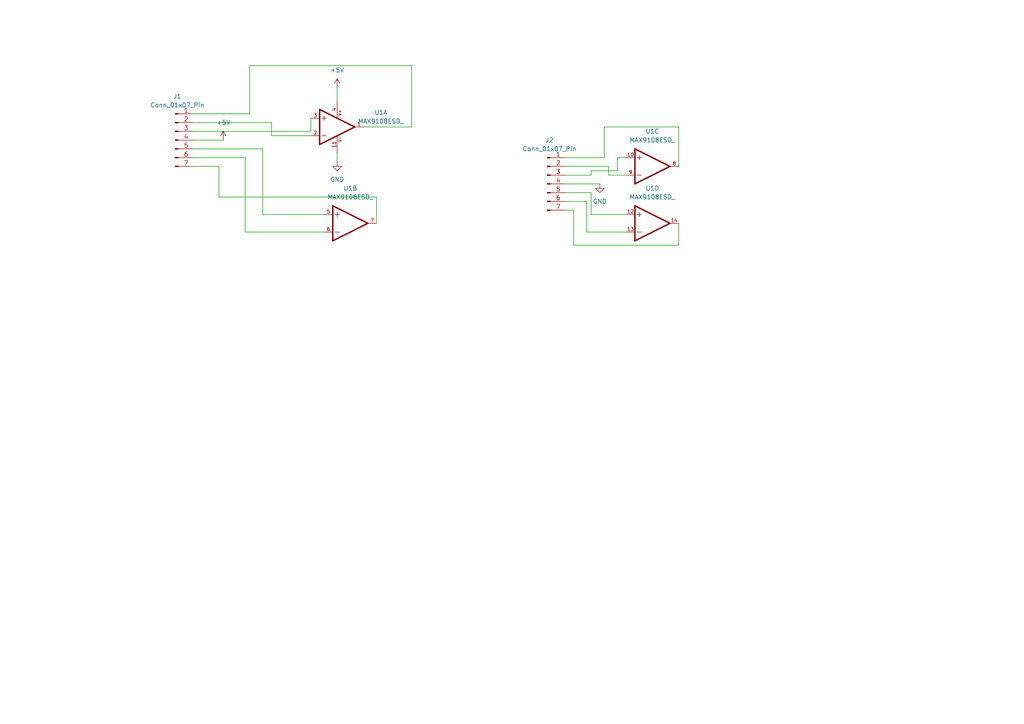
<source format=kicad_sch>
(kicad_sch (version 20230121) (generator eeschema)

  (uuid 09e7bb3e-ae08-4ddf-9eae-4430b651c9ea)

  (paper "A4")

  (lib_symbols
    (symbol "Connector:Conn_01x07_Pin" (pin_names (offset 1.016) hide) (in_bom yes) (on_board yes)
      (property "Reference" "J" (at 0 10.16 0)
        (effects (font (size 1.27 1.27)))
      )
      (property "Value" "Conn_01x07_Pin" (at 0 -10.16 0)
        (effects (font (size 1.27 1.27)))
      )
      (property "Footprint" "" (at 0 0 0)
        (effects (font (size 1.27 1.27)) hide)
      )
      (property "Datasheet" "~" (at 0 0 0)
        (effects (font (size 1.27 1.27)) hide)
      )
      (property "ki_locked" "" (at 0 0 0)
        (effects (font (size 1.27 1.27)))
      )
      (property "ki_keywords" "connector" (at 0 0 0)
        (effects (font (size 1.27 1.27)) hide)
      )
      (property "ki_description" "Generic connector, single row, 01x07, script generated" (at 0 0 0)
        (effects (font (size 1.27 1.27)) hide)
      )
      (property "ki_fp_filters" "Connector*:*_1x??_*" (at 0 0 0)
        (effects (font (size 1.27 1.27)) hide)
      )
      (symbol "Conn_01x07_Pin_1_1"
        (polyline
          (pts
            (xy 1.27 -7.62)
            (xy 0.8636 -7.62)
          )
          (stroke (width 0.1524) (type default))
          (fill (type none))
        )
        (polyline
          (pts
            (xy 1.27 -5.08)
            (xy 0.8636 -5.08)
          )
          (stroke (width 0.1524) (type default))
          (fill (type none))
        )
        (polyline
          (pts
            (xy 1.27 -2.54)
            (xy 0.8636 -2.54)
          )
          (stroke (width 0.1524) (type default))
          (fill (type none))
        )
        (polyline
          (pts
            (xy 1.27 0)
            (xy 0.8636 0)
          )
          (stroke (width 0.1524) (type default))
          (fill (type none))
        )
        (polyline
          (pts
            (xy 1.27 2.54)
            (xy 0.8636 2.54)
          )
          (stroke (width 0.1524) (type default))
          (fill (type none))
        )
        (polyline
          (pts
            (xy 1.27 5.08)
            (xy 0.8636 5.08)
          )
          (stroke (width 0.1524) (type default))
          (fill (type none))
        )
        (polyline
          (pts
            (xy 1.27 7.62)
            (xy 0.8636 7.62)
          )
          (stroke (width 0.1524) (type default))
          (fill (type none))
        )
        (rectangle (start 0.8636 -7.493) (end 0 -7.747)
          (stroke (width 0.1524) (type default))
          (fill (type outline))
        )
        (rectangle (start 0.8636 -4.953) (end 0 -5.207)
          (stroke (width 0.1524) (type default))
          (fill (type outline))
        )
        (rectangle (start 0.8636 -2.413) (end 0 -2.667)
          (stroke (width 0.1524) (type default))
          (fill (type outline))
        )
        (rectangle (start 0.8636 0.127) (end 0 -0.127)
          (stroke (width 0.1524) (type default))
          (fill (type outline))
        )
        (rectangle (start 0.8636 2.667) (end 0 2.413)
          (stroke (width 0.1524) (type default))
          (fill (type outline))
        )
        (rectangle (start 0.8636 5.207) (end 0 4.953)
          (stroke (width 0.1524) (type default))
          (fill (type outline))
        )
        (rectangle (start 0.8636 7.747) (end 0 7.493)
          (stroke (width 0.1524) (type default))
          (fill (type outline))
        )
        (pin passive line (at 5.08 7.62 180) (length 3.81)
          (name "Pin_1" (effects (font (size 1.27 1.27))))
          (number "1" (effects (font (size 1.27 1.27))))
        )
        (pin passive line (at 5.08 5.08 180) (length 3.81)
          (name "Pin_2" (effects (font (size 1.27 1.27))))
          (number "2" (effects (font (size 1.27 1.27))))
        )
        (pin passive line (at 5.08 2.54 180) (length 3.81)
          (name "Pin_3" (effects (font (size 1.27 1.27))))
          (number "3" (effects (font (size 1.27 1.27))))
        )
        (pin passive line (at 5.08 0 180) (length 3.81)
          (name "Pin_4" (effects (font (size 1.27 1.27))))
          (number "4" (effects (font (size 1.27 1.27))))
        )
        (pin passive line (at 5.08 -2.54 180) (length 3.81)
          (name "Pin_5" (effects (font (size 1.27 1.27))))
          (number "5" (effects (font (size 1.27 1.27))))
        )
        (pin passive line (at 5.08 -5.08 180) (length 3.81)
          (name "Pin_6" (effects (font (size 1.27 1.27))))
          (number "6" (effects (font (size 1.27 1.27))))
        )
        (pin passive line (at 5.08 -7.62 180) (length 3.81)
          (name "Pin_7" (effects (font (size 1.27 1.27))))
          (number "7" (effects (font (size 1.27 1.27))))
        )
      )
    )
    (symbol "MAX9108ESD_:MAX9108ESD_" (pin_names (offset 1.016)) (in_bom yes) (on_board yes)
      (property "Reference" "U" (at 2.54 3.175 0)
        (effects (font (size 1.27 1.27)) (justify left bottom))
      )
      (property "Value" "MAX9108ESD_" (at 2.54 -5.08 0)
        (effects (font (size 1.27 1.27)) (justify left bottom))
      )
      (property "Footprint" "MAX9108ESD_:SOIC127P600X175-14N" (at 0 0 0)
        (effects (font (size 1.27 1.27)) (justify bottom) hide)
      )
      (property "Datasheet" "" (at 0 0 0)
        (effects (font (size 1.27 1.27)) hide)
      )
      (property "MF" "Analog Devices" (at 0 0 0)
        (effects (font (size 1.27 1.27)) (justify bottom) hide)
      )
      (property "DESCRIPTION" "25ns, Dual/Quad/Single, Low-Power, TTL Comparators" (at 0 0 0)
        (effects (font (size 1.27 1.27)) (justify bottom) hide)
      )
      (property "PACKAGE" "SOIC-14 Maxim Integrated" (at 0 0 0)
        (effects (font (size 1.27 1.27)) (justify bottom) hide)
      )
      (property "PRICE" "None" (at 0 0 0)
        (effects (font (size 1.27 1.27)) (justify bottom) hide)
      )
      (property "Package" "SOIC-14 Maxim" (at 0 0 0)
        (effects (font (size 1.27 1.27)) (justify bottom) hide)
      )
      (property "Check_prices" "https://www.snapeda.com/parts/MAX9108ESD+/Analog+Devices/view-part/?ref=eda" (at 0 0 0)
        (effects (font (size 1.27 1.27)) (justify bottom) hide)
      )
      (property "Price" "None" (at 0 0 0)
        (effects (font (size 1.27 1.27)) (justify bottom) hide)
      )
      (property "SnapEDA_Link" "https://www.snapeda.com/parts/MAX9108ESD+/Analog+Devices/view-part/?ref=snap" (at 0 0 0)
        (effects (font (size 1.27 1.27)) (justify bottom) hide)
      )
      (property "MP" "MAX9108ESD+" (at 0 0 0)
        (effects (font (size 1.27 1.27)) (justify bottom) hide)
      )
      (property "Purchase-URL" "https://www.snapeda.com/api/url_track_click_mouser/?unipart_id=1192837&manufacturer=Analog Devices&part_name=MAX9108ESD+&search_term=max9108" (at 0 0 0)
        (effects (font (size 1.27 1.27)) (justify bottom) hide)
      )
      (property "Availability" "In Stock" (at 0 0 0)
        (effects (font (size 1.27 1.27)) (justify bottom) hide)
      )
      (property "AVAILABILITY" "Unavailable" (at 0 0 0)
        (effects (font (size 1.27 1.27)) (justify bottom) hide)
      )
      (property "Description" "\n25ns, Dual/Quad/Single, Low-Power, TTL Comparators\n" (at 0 0 0)
        (effects (font (size 1.27 1.27)) (justify bottom) hide)
      )
      (symbol "MAX9108ESD__1_0"
        (polyline
          (pts
            (xy -5.08 -5.08)
            (xy 5.08 0)
          )
          (stroke (width 0.4064) (type default))
          (fill (type none))
        )
        (polyline
          (pts
            (xy -5.08 5.08)
            (xy -5.08 -5.08)
          )
          (stroke (width 0.4064) (type default))
          (fill (type none))
        )
        (polyline
          (pts
            (xy -4.445 -2.54)
            (xy -3.175 -2.54)
          )
          (stroke (width 0.1524) (type default))
          (fill (type none))
        )
        (polyline
          (pts
            (xy -4.445 2.54)
            (xy -3.175 2.54)
          )
          (stroke (width 0.1524) (type default))
          (fill (type none))
        )
        (polyline
          (pts
            (xy -3.81 3.175)
            (xy -3.81 1.905)
          )
          (stroke (width 0.1524) (type default))
          (fill (type none))
        )
        (polyline
          (pts
            (xy 5.08 0)
            (xy -5.08 5.08)
          )
          (stroke (width 0.4064) (type default))
          (fill (type none))
        )
        (text "V+" (at 1.27 3.175 900)
          (effects (font (size 0.8128 0.8128)) (justify left bottom))
        )
        (text "V-" (at 1.27 -4.445 900)
          (effects (font (size 0.8128 0.8128)) (justify left bottom))
        )
        (pin output line (at 7.62 0 180) (length 2.54)
          (name "~" (effects (font (size 1.016 1.016))))
          (number "1" (effects (font (size 1.016 1.016))))
        )
        (pin power_in line (at 0 -7.62 90) (length 5.08)
          (name "~" (effects (font (size 1.016 1.016))))
          (number "11" (effects (font (size 1.016 1.016))))
        )
        (pin input line (at -7.62 -2.54 0) (length 2.54)
          (name "~" (effects (font (size 1.016 1.016))))
          (number "2" (effects (font (size 1.016 1.016))))
        )
        (pin input line (at -7.62 2.54 0) (length 2.54)
          (name "~" (effects (font (size 1.016 1.016))))
          (number "3" (effects (font (size 1.016 1.016))))
        )
        (pin power_in line (at 0 7.62 270) (length 5.08)
          (name "~" (effects (font (size 1.016 1.016))))
          (number "4" (effects (font (size 1.016 1.016))))
        )
      )
      (symbol "MAX9108ESD__2_0"
        (polyline
          (pts
            (xy -5.08 -5.08)
            (xy 5.08 0)
          )
          (stroke (width 0.4064) (type default))
          (fill (type none))
        )
        (polyline
          (pts
            (xy -5.08 5.08)
            (xy -5.08 -5.08)
          )
          (stroke (width 0.4064) (type default))
          (fill (type none))
        )
        (polyline
          (pts
            (xy -4.445 -2.54)
            (xy -3.175 -2.54)
          )
          (stroke (width 0.1524) (type default))
          (fill (type none))
        )
        (polyline
          (pts
            (xy -4.445 2.54)
            (xy -3.175 2.54)
          )
          (stroke (width 0.1524) (type default))
          (fill (type none))
        )
        (polyline
          (pts
            (xy -3.81 3.175)
            (xy -3.81 1.905)
          )
          (stroke (width 0.1524) (type default))
          (fill (type none))
        )
        (polyline
          (pts
            (xy 5.08 0)
            (xy -5.08 5.08)
          )
          (stroke (width 0.4064) (type default))
          (fill (type none))
        )
        (pin input line (at -7.62 2.54 0) (length 2.54)
          (name "~" (effects (font (size 1.016 1.016))))
          (number "5" (effects (font (size 1.016 1.016))))
        )
        (pin input line (at -7.62 -2.54 0) (length 2.54)
          (name "~" (effects (font (size 1.016 1.016))))
          (number "6" (effects (font (size 1.016 1.016))))
        )
        (pin output line (at 7.62 0 180) (length 2.54)
          (name "~" (effects (font (size 1.016 1.016))))
          (number "7" (effects (font (size 1.016 1.016))))
        )
      )
      (symbol "MAX9108ESD__3_0"
        (polyline
          (pts
            (xy -5.08 -5.08)
            (xy 5.08 0)
          )
          (stroke (width 0.4064) (type default))
          (fill (type none))
        )
        (polyline
          (pts
            (xy -5.08 5.08)
            (xy -5.08 -5.08)
          )
          (stroke (width 0.4064) (type default))
          (fill (type none))
        )
        (polyline
          (pts
            (xy -4.445 -2.54)
            (xy -3.175 -2.54)
          )
          (stroke (width 0.1524) (type default))
          (fill (type none))
        )
        (polyline
          (pts
            (xy -4.445 2.54)
            (xy -3.175 2.54)
          )
          (stroke (width 0.1524) (type default))
          (fill (type none))
        )
        (polyline
          (pts
            (xy -3.81 3.175)
            (xy -3.81 1.905)
          )
          (stroke (width 0.1524) (type default))
          (fill (type none))
        )
        (polyline
          (pts
            (xy 5.08 0)
            (xy -5.08 5.08)
          )
          (stroke (width 0.4064) (type default))
          (fill (type none))
        )
        (pin input line (at -7.62 2.54 0) (length 2.54)
          (name "~" (effects (font (size 1.016 1.016))))
          (number "10" (effects (font (size 1.016 1.016))))
        )
        (pin output line (at 7.62 0 180) (length 2.54)
          (name "~" (effects (font (size 1.016 1.016))))
          (number "8" (effects (font (size 1.016 1.016))))
        )
        (pin input line (at -7.62 -2.54 0) (length 2.54)
          (name "~" (effects (font (size 1.016 1.016))))
          (number "9" (effects (font (size 1.016 1.016))))
        )
      )
      (symbol "MAX9108ESD__4_0"
        (polyline
          (pts
            (xy -5.08 -5.08)
            (xy 5.08 0)
          )
          (stroke (width 0.4064) (type default))
          (fill (type none))
        )
        (polyline
          (pts
            (xy -5.08 5.08)
            (xy -5.08 -5.08)
          )
          (stroke (width 0.4064) (type default))
          (fill (type none))
        )
        (polyline
          (pts
            (xy -4.445 -2.54)
            (xy -3.175 -2.54)
          )
          (stroke (width 0.1524) (type default))
          (fill (type none))
        )
        (polyline
          (pts
            (xy -4.445 2.54)
            (xy -3.175 2.54)
          )
          (stroke (width 0.1524) (type default))
          (fill (type none))
        )
        (polyline
          (pts
            (xy -3.81 3.175)
            (xy -3.81 1.905)
          )
          (stroke (width 0.1524) (type default))
          (fill (type none))
        )
        (polyline
          (pts
            (xy 5.08 0)
            (xy -5.08 5.08)
          )
          (stroke (width 0.4064) (type default))
          (fill (type none))
        )
        (pin input line (at -7.62 2.54 0) (length 2.54)
          (name "~" (effects (font (size 1.016 1.016))))
          (number "12" (effects (font (size 1.016 1.016))))
        )
        (pin input line (at -7.62 -2.54 0) (length 2.54)
          (name "~" (effects (font (size 1.016 1.016))))
          (number "13" (effects (font (size 1.016 1.016))))
        )
        (pin output line (at 7.62 0 180) (length 2.54)
          (name "~" (effects (font (size 1.016 1.016))))
          (number "14" (effects (font (size 1.016 1.016))))
        )
      )
    )
    (symbol "power:+5V" (power) (pin_names (offset 0)) (in_bom yes) (on_board yes)
      (property "Reference" "#PWR" (at 0 -3.81 0)
        (effects (font (size 1.27 1.27)) hide)
      )
      (property "Value" "+5V" (at 0 3.556 0)
        (effects (font (size 1.27 1.27)))
      )
      (property "Footprint" "" (at 0 0 0)
        (effects (font (size 1.27 1.27)) hide)
      )
      (property "Datasheet" "" (at 0 0 0)
        (effects (font (size 1.27 1.27)) hide)
      )
      (property "ki_keywords" "global power" (at 0 0 0)
        (effects (font (size 1.27 1.27)) hide)
      )
      (property "ki_description" "Power symbol creates a global label with name \"+5V\"" (at 0 0 0)
        (effects (font (size 1.27 1.27)) hide)
      )
      (symbol "+5V_0_1"
        (polyline
          (pts
            (xy -0.762 1.27)
            (xy 0 2.54)
          )
          (stroke (width 0) (type default))
          (fill (type none))
        )
        (polyline
          (pts
            (xy 0 0)
            (xy 0 2.54)
          )
          (stroke (width 0) (type default))
          (fill (type none))
        )
        (polyline
          (pts
            (xy 0 2.54)
            (xy 0.762 1.27)
          )
          (stroke (width 0) (type default))
          (fill (type none))
        )
      )
      (symbol "+5V_1_1"
        (pin power_in line (at 0 0 90) (length 0) hide
          (name "+5V" (effects (font (size 1.27 1.27))))
          (number "1" (effects (font (size 1.27 1.27))))
        )
      )
    )
    (symbol "power:GND" (power) (pin_names (offset 0)) (in_bom yes) (on_board yes)
      (property "Reference" "#PWR" (at 0 -6.35 0)
        (effects (font (size 1.27 1.27)) hide)
      )
      (property "Value" "GND" (at 0 -3.81 0)
        (effects (font (size 1.27 1.27)))
      )
      (property "Footprint" "" (at 0 0 0)
        (effects (font (size 1.27 1.27)) hide)
      )
      (property "Datasheet" "" (at 0 0 0)
        (effects (font (size 1.27 1.27)) hide)
      )
      (property "ki_keywords" "global power" (at 0 0 0)
        (effects (font (size 1.27 1.27)) hide)
      )
      (property "ki_description" "Power symbol creates a global label with name \"GND\" , ground" (at 0 0 0)
        (effects (font (size 1.27 1.27)) hide)
      )
      (symbol "GND_0_1"
        (polyline
          (pts
            (xy 0 0)
            (xy 0 -1.27)
            (xy 1.27 -1.27)
            (xy 0 -2.54)
            (xy -1.27 -1.27)
            (xy 0 -1.27)
          )
          (stroke (width 0) (type default))
          (fill (type none))
        )
      )
      (symbol "GND_1_1"
        (pin power_in line (at 0 0 270) (length 0) hide
          (name "GND" (effects (font (size 1.27 1.27))))
          (number "1" (effects (font (size 1.27 1.27))))
        )
      )
    )
  )


  (wire (pts (xy 109.22 64.77) (xy 109.22 57.15))
    (stroke (width 0) (type default))
    (uuid 04639724-6908-43ca-9e3f-01975bf379c4)
  )
  (wire (pts (xy 179.07 49.53) (xy 171.45 49.53))
    (stroke (width 0) (type default))
    (uuid 1b012cfb-8110-4dbc-bb35-eedb6776177e)
  )
  (wire (pts (xy 119.38 36.83) (xy 119.38 19.05))
    (stroke (width 0) (type default))
    (uuid 1b62dd93-418c-4b1d-a6cd-6f4d52927366)
  )
  (wire (pts (xy 63.5 57.15) (xy 63.5 48.26))
    (stroke (width 0) (type default))
    (uuid 2f3a3900-54ba-41b0-932e-def96b860ea5)
  )
  (wire (pts (xy 196.85 64.77) (xy 196.85 71.12))
    (stroke (width 0) (type default))
    (uuid 3b4c643d-4c51-4520-8bd7-2ed04ab5f3fa)
  )
  (wire (pts (xy 170.18 67.31) (xy 170.18 58.42))
    (stroke (width 0) (type default))
    (uuid 424003a1-5f5b-4043-bdeb-0d27ddc92fc0)
  )
  (wire (pts (xy 90.17 38.1) (xy 55.88 38.1))
    (stroke (width 0) (type default))
    (uuid 4603917d-6863-4d26-9ee7-73443cd59f57)
  )
  (wire (pts (xy 170.18 58.42) (xy 163.83 58.42))
    (stroke (width 0) (type default))
    (uuid 488403b3-0648-4d50-92b7-a59084517cf9)
  )
  (wire (pts (xy 171.45 50.8) (xy 163.83 50.8))
    (stroke (width 0) (type default))
    (uuid 580ec8f7-f029-40d0-ae45-0d4bd9ced04a)
  )
  (wire (pts (xy 63.5 48.26) (xy 55.88 48.26))
    (stroke (width 0) (type default))
    (uuid 59af53a9-7213-4f97-9e15-e39df620cb15)
  )
  (wire (pts (xy 181.61 67.31) (xy 170.18 67.31))
    (stroke (width 0) (type default))
    (uuid 5bc15a1f-22f4-42f1-a620-0b21533ed95a)
  )
  (wire (pts (xy 196.85 48.26) (xy 196.85 36.83))
    (stroke (width 0) (type default))
    (uuid 5c6f356c-28a9-4959-bd03-914a08c2132e)
  )
  (wire (pts (xy 171.45 62.23) (xy 171.45 55.88))
    (stroke (width 0) (type default))
    (uuid 646b6ce1-e3dc-483f-b4e1-0527e5ed9351)
  )
  (wire (pts (xy 181.61 50.8) (xy 176.53 50.8))
    (stroke (width 0) (type default))
    (uuid 677dbcc6-a7de-43b4-85fa-bccf2718c811)
  )
  (wire (pts (xy 171.45 49.53) (xy 171.45 50.8))
    (stroke (width 0) (type default))
    (uuid 6e4e32dd-b968-4093-95de-5e7e93c9db5b)
  )
  (wire (pts (xy 55.88 45.72) (xy 71.12 45.72))
    (stroke (width 0) (type default))
    (uuid 73717997-e887-4050-a052-36409b29dc33)
  )
  (wire (pts (xy 175.26 45.72) (xy 163.83 45.72))
    (stroke (width 0) (type default))
    (uuid 74329d4b-27f0-4085-998b-bea82b734521)
  )
  (wire (pts (xy 76.2 62.23) (xy 76.2 43.18))
    (stroke (width 0) (type default))
    (uuid 787de8ec-18a7-4785-88e9-64cca5931624)
  )
  (wire (pts (xy 163.83 53.34) (xy 173.99 53.34))
    (stroke (width 0) (type default))
    (uuid 7894f3e6-cf6b-4952-a261-4fb92830df00)
  )
  (wire (pts (xy 171.45 55.88) (xy 163.83 55.88))
    (stroke (width 0) (type default))
    (uuid 798206f1-bb22-4635-851f-337b848fba35)
  )
  (wire (pts (xy 105.41 36.83) (xy 119.38 36.83))
    (stroke (width 0) (type default))
    (uuid 7fca7b5c-22f2-4f06-99f4-0301726cd67d)
  )
  (wire (pts (xy 55.88 40.64) (xy 64.77 40.64))
    (stroke (width 0) (type default))
    (uuid 897ed471-a643-422d-a7c4-c6321e3b64fe)
  )
  (wire (pts (xy 176.53 50.8) (xy 176.53 48.26))
    (stroke (width 0) (type default))
    (uuid 8c63ff32-a0b8-4de2-954a-bb2f932990a5)
  )
  (wire (pts (xy 109.22 57.15) (xy 63.5 57.15))
    (stroke (width 0) (type default))
    (uuid 8f562267-3625-4734-a225-d7da440fb9f5)
  )
  (wire (pts (xy 72.39 19.05) (xy 72.39 33.02))
    (stroke (width 0) (type default))
    (uuid 94c38ca2-7994-4657-bb81-fad279eb67fd)
  )
  (wire (pts (xy 179.07 45.72) (xy 179.07 49.53))
    (stroke (width 0) (type default))
    (uuid 98b7eff7-f6bc-4994-a327-5927559bf1d7)
  )
  (wire (pts (xy 78.74 35.56) (xy 55.88 35.56))
    (stroke (width 0) (type default))
    (uuid 98d0c780-8947-49c5-a093-0ade27493233)
  )
  (wire (pts (xy 181.61 45.72) (xy 179.07 45.72))
    (stroke (width 0) (type default))
    (uuid 9befaea2-eb90-4c1f-b9c8-adab72e40a03)
  )
  (wire (pts (xy 176.53 48.26) (xy 163.83 48.26))
    (stroke (width 0) (type default))
    (uuid 9cdd6545-48e4-44b4-bbe7-f2a090da6a2f)
  )
  (wire (pts (xy 166.37 60.96) (xy 163.83 60.96))
    (stroke (width 0) (type default))
    (uuid a39d0d4e-fec3-4035-843c-5fb7fce18086)
  )
  (wire (pts (xy 90.17 34.29) (xy 90.17 38.1))
    (stroke (width 0) (type default))
    (uuid a4488e03-57e9-4b0b-9d6b-726024669216)
  )
  (wire (pts (xy 97.79 44.45) (xy 97.79 46.99))
    (stroke (width 0) (type default))
    (uuid a97cb5ea-e8bb-40f2-9f09-24cda6219d54)
  )
  (wire (pts (xy 97.79 25.4) (xy 97.79 29.21))
    (stroke (width 0) (type default))
    (uuid abbd3802-2774-47a0-974b-f3afb522d567)
  )
  (wire (pts (xy 90.17 39.37) (xy 78.74 39.37))
    (stroke (width 0) (type default))
    (uuid ad71e5a0-fc3e-4004-bbb4-ef50bd4e4c7d)
  )
  (wire (pts (xy 175.26 36.83) (xy 175.26 45.72))
    (stroke (width 0) (type default))
    (uuid ba785a85-c7e3-4e28-890b-6a32b7b043f3)
  )
  (wire (pts (xy 196.85 71.12) (xy 166.37 71.12))
    (stroke (width 0) (type default))
    (uuid c266a6e5-fa5f-4765-8bc5-f733c46afb95)
  )
  (wire (pts (xy 196.85 36.83) (xy 175.26 36.83))
    (stroke (width 0) (type default))
    (uuid c45c6b4a-3170-4e91-89ad-bf1f0a724d6a)
  )
  (wire (pts (xy 93.98 62.23) (xy 76.2 62.23))
    (stroke (width 0) (type default))
    (uuid cb9f5a61-4b8a-4273-8d4d-e35eaf1e40f6)
  )
  (wire (pts (xy 78.74 39.37) (xy 78.74 35.56))
    (stroke (width 0) (type default))
    (uuid cc379b43-f24c-47f0-b0b6-3625011a0fb4)
  )
  (wire (pts (xy 72.39 33.02) (xy 55.88 33.02))
    (stroke (width 0) (type default))
    (uuid d724f8b4-8dea-4301-adc6-0310776dbb4c)
  )
  (wire (pts (xy 181.61 62.23) (xy 171.45 62.23))
    (stroke (width 0) (type default))
    (uuid dcddf73c-faaa-45e1-a87d-7adea3607fb8)
  )
  (wire (pts (xy 119.38 19.05) (xy 72.39 19.05))
    (stroke (width 0) (type default))
    (uuid e571e701-8855-45cd-a907-5a52788528ea)
  )
  (wire (pts (xy 71.12 67.31) (xy 93.98 67.31))
    (stroke (width 0) (type default))
    (uuid f025689a-61b2-43ae-8814-d3987ddd91c9)
  )
  (wire (pts (xy 76.2 43.18) (xy 55.88 43.18))
    (stroke (width 0) (type default))
    (uuid f408c91d-f531-4e49-bdf9-56d091821871)
  )
  (wire (pts (xy 166.37 71.12) (xy 166.37 60.96))
    (stroke (width 0) (type default))
    (uuid f888ac16-e5a0-4968-9743-d8261ec1cce3)
  )
  (wire (pts (xy 71.12 67.31) (xy 71.12 45.72))
    (stroke (width 0) (type default))
    (uuid fd1c8dd9-6141-4e98-8acb-c4da45256926)
  )

  (symbol (lib_id "MAX9108ESD_:MAX9108ESD_") (at 189.23 64.77 0) (unit 4)
    (in_bom yes) (on_board yes) (dnp no) (fields_autoplaced)
    (uuid 0ebaa29f-0fe3-43f1-9e57-05602c532002)
    (property "Reference" "U1" (at 189.23 54.61 0)
      (effects (font (size 1.27 1.27)))
    )
    (property "Value" "MAX9108ESD_" (at 189.23 57.15 0)
      (effects (font (size 1.27 1.27)))
    )
    (property "Footprint" "MAX9108ESD_:SOIC127P600X175-14N" (at 189.23 64.77 0)
      (effects (font (size 1.27 1.27)) (justify bottom) hide)
    )
    (property "Datasheet" "" (at 189.23 64.77 0)
      (effects (font (size 1.27 1.27)) hide)
    )
    (property "MF" "Analog Devices" (at 189.23 64.77 0)
      (effects (font (size 1.27 1.27)) (justify bottom) hide)
    )
    (property "DESCRIPTION" "25ns, Dual/Quad/Single, Low-Power, TTL Comparators" (at 189.23 64.77 0)
      (effects (font (size 1.27 1.27)) (justify bottom) hide)
    )
    (property "PACKAGE" "SOIC-14 Maxim Integrated" (at 189.23 64.77 0)
      (effects (font (size 1.27 1.27)) (justify bottom) hide)
    )
    (property "PRICE" "None" (at 189.23 64.77 0)
      (effects (font (size 1.27 1.27)) (justify bottom) hide)
    )
    (property "Package" "SOIC-14 Maxim" (at 189.23 64.77 0)
      (effects (font (size 1.27 1.27)) (justify bottom) hide)
    )
    (property "Check_prices" "https://www.snapeda.com/parts/MAX9108ESD+/Analog+Devices/view-part/?ref=eda" (at 189.23 64.77 0)
      (effects (font (size 1.27 1.27)) (justify bottom) hide)
    )
    (property "Price" "None" (at 189.23 64.77 0)
      (effects (font (size 1.27 1.27)) (justify bottom) hide)
    )
    (property "SnapEDA_Link" "https://www.snapeda.com/parts/MAX9108ESD+/Analog+Devices/view-part/?ref=snap" (at 189.23 64.77 0)
      (effects (font (size 1.27 1.27)) (justify bottom) hide)
    )
    (property "MP" "MAX9108ESD+" (at 189.23 64.77 0)
      (effects (font (size 1.27 1.27)) (justify bottom) hide)
    )
    (property "Purchase-URL" "https://www.snapeda.com/api/url_track_click_mouser/?unipart_id=1192837&manufacturer=Analog Devices&part_name=MAX9108ESD+&search_term=max9108" (at 189.23 64.77 0)
      (effects (font (size 1.27 1.27)) (justify bottom) hide)
    )
    (property "Availability" "In Stock" (at 189.23 64.77 0)
      (effects (font (size 1.27 1.27)) (justify bottom) hide)
    )
    (property "AVAILABILITY" "Unavailable" (at 189.23 64.77 0)
      (effects (font (size 1.27 1.27)) (justify bottom) hide)
    )
    (property "Description" "\n25ns, Dual/Quad/Single, Low-Power, TTL Comparators\n" (at 189.23 64.77 0)
      (effects (font (size 1.27 1.27)) (justify bottom) hide)
    )
    (pin "8" (uuid 82cad0e1-9bb5-49e1-a6ef-2e6993f50857))
    (pin "14" (uuid b2ba2b32-f805-49c3-8ba9-48b2c5ae7137))
    (pin "4" (uuid 23a90379-8a57-4563-bf3c-7e1dbbfa0eac))
    (pin "9" (uuid 367ebb40-0c06-420c-8fd0-cc65157f920c))
    (pin "11" (uuid 74f547c3-63d3-4201-9f4f-bfccd523afb2))
    (pin "1" (uuid a593a794-4231-40c5-a701-6f1e9b78fdac))
    (pin "2" (uuid de793134-fd07-49a3-98d6-536ee0cbe35a))
    (pin "13" (uuid 0e824526-eaf5-4ab8-9228-33061c9b8d4e))
    (pin "12" (uuid 91f7042d-e39d-40e6-b978-4ed9b5edc922))
    (pin "5" (uuid ebcb442b-5289-4c51-af2e-c893d90b7862))
    (pin "6" (uuid 66bcdeb0-06c0-4aa3-a417-a460efe7eeba))
    (pin "10" (uuid 02b8f950-575d-4d6e-98fc-7a4e5dfee859))
    (pin "7" (uuid 539bcb44-0d99-4790-b37c-1d9c3292bda2))
    (pin "3" (uuid 9e9a9bb7-0fbf-48ac-8f99-a163ad6406c5))
    (instances
      (project "Adaptador MAX9108"
        (path "/09e7bb3e-ae08-4ddf-9eae-4430b651c9ea"
          (reference "U1") (unit 4)
        )
      )
    )
  )

  (symbol (lib_id "MAX9108ESD_:MAX9108ESD_") (at 97.79 36.83 0) (unit 1)
    (in_bom yes) (on_board yes) (dnp no) (fields_autoplaced)
    (uuid 2c5894a6-da32-49b3-93a9-83ec5d14ea8d)
    (property "Reference" "U1" (at 110.49 32.6391 0)
      (effects (font (size 1.27 1.27)))
    )
    (property "Value" "MAX9108ESD_" (at 110.49 35.1791 0)
      (effects (font (size 1.27 1.27)))
    )
    (property "Footprint" "MAX9108ESD_:SOIC127P600X175-14N" (at 97.79 36.83 0)
      (effects (font (size 1.27 1.27)) (justify bottom) hide)
    )
    (property "Datasheet" "" (at 97.79 36.83 0)
      (effects (font (size 1.27 1.27)) hide)
    )
    (property "MF" "Analog Devices" (at 97.79 36.83 0)
      (effects (font (size 1.27 1.27)) (justify bottom) hide)
    )
    (property "DESCRIPTION" "25ns, Dual/Quad/Single, Low-Power, TTL Comparators" (at 97.79 36.83 0)
      (effects (font (size 1.27 1.27)) (justify bottom) hide)
    )
    (property "PACKAGE" "SOIC-14 Maxim Integrated" (at 97.79 36.83 0)
      (effects (font (size 1.27 1.27)) (justify bottom) hide)
    )
    (property "PRICE" "None" (at 97.79 36.83 0)
      (effects (font (size 1.27 1.27)) (justify bottom) hide)
    )
    (property "Package" "SOIC-14 Maxim" (at 97.79 36.83 0)
      (effects (font (size 1.27 1.27)) (justify bottom) hide)
    )
    (property "Check_prices" "https://www.snapeda.com/parts/MAX9108ESD+/Analog+Devices/view-part/?ref=eda" (at 97.79 36.83 0)
      (effects (font (size 1.27 1.27)) (justify bottom) hide)
    )
    (property "Price" "None" (at 97.79 36.83 0)
      (effects (font (size 1.27 1.27)) (justify bottom) hide)
    )
    (property "SnapEDA_Link" "https://www.snapeda.com/parts/MAX9108ESD+/Analog+Devices/view-part/?ref=snap" (at 97.79 36.83 0)
      (effects (font (size 1.27 1.27)) (justify bottom) hide)
    )
    (property "MP" "MAX9108ESD+" (at 97.79 36.83 0)
      (effects (font (size 1.27 1.27)) (justify bottom) hide)
    )
    (property "Purchase-URL" "https://www.snapeda.com/api/url_track_click_mouser/?unipart_id=1192837&manufacturer=Analog Devices&part_name=MAX9108ESD+&search_term=max9108" (at 97.79 36.83 0)
      (effects (font (size 1.27 1.27)) (justify bottom) hide)
    )
    (property "Availability" "In Stock" (at 97.79 36.83 0)
      (effects (font (size 1.27 1.27)) (justify bottom) hide)
    )
    (property "AVAILABILITY" "Unavailable" (at 97.79 36.83 0)
      (effects (font (size 1.27 1.27)) (justify bottom) hide)
    )
    (property "Description" "\n25ns, Dual/Quad/Single, Low-Power, TTL Comparators\n" (at 97.79 36.83 0)
      (effects (font (size 1.27 1.27)) (justify bottom) hide)
    )
    (pin "8" (uuid 82cad0e1-9bb5-49e1-a6ef-2e6993f50857))
    (pin "14" (uuid b2ba2b32-f805-49c3-8ba9-48b2c5ae7137))
    (pin "4" (uuid 23a90379-8a57-4563-bf3c-7e1dbbfa0eac))
    (pin "9" (uuid 367ebb40-0c06-420c-8fd0-cc65157f920c))
    (pin "11" (uuid 74f547c3-63d3-4201-9f4f-bfccd523afb2))
    (pin "1" (uuid a593a794-4231-40c5-a701-6f1e9b78fdac))
    (pin "2" (uuid de793134-fd07-49a3-98d6-536ee0cbe35a))
    (pin "13" (uuid 0e824526-eaf5-4ab8-9228-33061c9b8d4e))
    (pin "12" (uuid 91f7042d-e39d-40e6-b978-4ed9b5edc922))
    (pin "5" (uuid ebcb442b-5289-4c51-af2e-c893d90b7862))
    (pin "6" (uuid 66bcdeb0-06c0-4aa3-a417-a460efe7eeba))
    (pin "10" (uuid 02b8f950-575d-4d6e-98fc-7a4e5dfee859))
    (pin "7" (uuid 539bcb44-0d99-4790-b37c-1d9c3292bda2))
    (pin "3" (uuid 9e9a9bb7-0fbf-48ac-8f99-a163ad6406c5))
    (instances
      (project "Adaptador MAX9108"
        (path "/09e7bb3e-ae08-4ddf-9eae-4430b651c9ea"
          (reference "U1") (unit 1)
        )
      )
    )
  )

  (symbol (lib_id "Connector:Conn_01x07_Pin") (at 50.8 40.64 0) (unit 1)
    (in_bom yes) (on_board yes) (dnp no) (fields_autoplaced)
    (uuid 4993b782-b37e-46f8-9a59-b458d72eca3e)
    (property "Reference" "J1" (at 51.435 27.94 0)
      (effects (font (size 1.27 1.27)))
    )
    (property "Value" "Conn_01x07_Pin" (at 51.435 30.48 0)
      (effects (font (size 1.27 1.27)))
    )
    (property "Footprint" "Connector_PinHeader_2.54mm:PinHeader_1x07_P2.54mm_Vertical" (at 50.8 40.64 0)
      (effects (font (size 1.27 1.27)) hide)
    )
    (property "Datasheet" "~" (at 50.8 40.64 0)
      (effects (font (size 1.27 1.27)) hide)
    )
    (pin "7" (uuid bcac1934-60fa-454f-beca-7c340f7dca6c))
    (pin "2" (uuid 86f31e7e-61ad-42c7-b406-3ff88df9d9ac))
    (pin "1" (uuid 6f9b6bdf-887e-486a-a647-b1188981eab9))
    (pin "6" (uuid 622086ba-a243-4123-9620-1acb6f9e7b11))
    (pin "3" (uuid 7e697c70-3fc5-4b17-87ca-6c1d4ebdd899))
    (pin "4" (uuid 22f5a578-1d58-485e-87ad-6167aadfd076))
    (pin "5" (uuid bbead3e1-ea58-40b8-940d-15e986672a71))
    (instances
      (project "Adaptador MAX9108"
        (path "/09e7bb3e-ae08-4ddf-9eae-4430b651c9ea"
          (reference "J1") (unit 1)
        )
      )
    )
  )

  (symbol (lib_id "power:+5V") (at 64.77 40.64 0) (unit 1)
    (in_bom yes) (on_board yes) (dnp no) (fields_autoplaced)
    (uuid 6926c01a-9532-43d3-beb7-caee87cb3abe)
    (property "Reference" "#PWR03" (at 64.77 44.45 0)
      (effects (font (size 1.27 1.27)) hide)
    )
    (property "Value" "+5V" (at 64.77 35.56 0)
      (effects (font (size 1.27 1.27)))
    )
    (property "Footprint" "" (at 64.77 40.64 0)
      (effects (font (size 1.27 1.27)) hide)
    )
    (property "Datasheet" "" (at 64.77 40.64 0)
      (effects (font (size 1.27 1.27)) hide)
    )
    (pin "1" (uuid b0640bd7-15d5-4893-a15d-2643c8aa717f))
    (instances
      (project "Adaptador MAX9108"
        (path "/09e7bb3e-ae08-4ddf-9eae-4430b651c9ea"
          (reference "#PWR03") (unit 1)
        )
      )
    )
  )

  (symbol (lib_id "Connector:Conn_01x07_Pin") (at 158.75 53.34 0) (unit 1)
    (in_bom yes) (on_board yes) (dnp no) (fields_autoplaced)
    (uuid 6b1c7a56-13ef-4253-9cf9-e59345ecb71d)
    (property "Reference" "J2" (at 159.385 40.64 0)
      (effects (font (size 1.27 1.27)))
    )
    (property "Value" "Conn_01x07_Pin" (at 159.385 43.18 0)
      (effects (font (size 1.27 1.27)))
    )
    (property "Footprint" "Connector_PinHeader_2.54mm:PinHeader_1x07_P2.54mm_Vertical" (at 158.75 53.34 0)
      (effects (font (size 1.27 1.27)) hide)
    )
    (property "Datasheet" "~" (at 158.75 53.34 0)
      (effects (font (size 1.27 1.27)) hide)
    )
    (pin "4" (uuid d4fae978-71d1-4db2-b3fe-67c919eb2c33))
    (pin "6" (uuid 40a42d25-e12f-4b5a-83ed-868a774c4769))
    (pin "1" (uuid ace769dc-7c78-4c43-b7ce-cba3b2f761f5))
    (pin "3" (uuid 27afcb60-6423-4555-bae0-9c7e4a628f98))
    (pin "5" (uuid 1bb11913-22c0-4a25-90a7-e3383e1fc081))
    (pin "7" (uuid e28037fa-ddd4-43e3-86cc-e09667e4668d))
    (pin "2" (uuid 041b0ccb-c87b-44a3-a418-41d1f51bcd22))
    (instances
      (project "Adaptador MAX9108"
        (path "/09e7bb3e-ae08-4ddf-9eae-4430b651c9ea"
          (reference "J2") (unit 1)
        )
      )
    )
  )

  (symbol (lib_id "power:GND") (at 173.99 53.34 0) (unit 1)
    (in_bom yes) (on_board yes) (dnp no) (fields_autoplaced)
    (uuid 7bedf3cd-64b3-43d3-a377-dee1f9664b8c)
    (property "Reference" "#PWR04" (at 173.99 59.69 0)
      (effects (font (size 1.27 1.27)) hide)
    )
    (property "Value" "GND" (at 173.99 58.42 0)
      (effects (font (size 1.27 1.27)))
    )
    (property "Footprint" "" (at 173.99 53.34 0)
      (effects (font (size 1.27 1.27)) hide)
    )
    (property "Datasheet" "" (at 173.99 53.34 0)
      (effects (font (size 1.27 1.27)) hide)
    )
    (pin "1" (uuid f4be3c3e-443d-4448-9959-6ffcadd86c16))
    (instances
      (project "Adaptador MAX9108"
        (path "/09e7bb3e-ae08-4ddf-9eae-4430b651c9ea"
          (reference "#PWR04") (unit 1)
        )
      )
    )
  )

  (symbol (lib_id "MAX9108ESD_:MAX9108ESD_") (at 189.23 48.26 0) (unit 3)
    (in_bom yes) (on_board yes) (dnp no) (fields_autoplaced)
    (uuid 8713a1c8-cdef-4b18-99e5-54badf9ac87f)
    (property "Reference" "U1" (at 189.23 38.1 0)
      (effects (font (size 1.27 1.27)))
    )
    (property "Value" "MAX9108ESD_" (at 189.23 40.64 0)
      (effects (font (size 1.27 1.27)))
    )
    (property "Footprint" "MAX9108ESD_:SOIC127P600X175-14N" (at 189.23 48.26 0)
      (effects (font (size 1.27 1.27)) (justify bottom) hide)
    )
    (property "Datasheet" "" (at 189.23 48.26 0)
      (effects (font (size 1.27 1.27)) hide)
    )
    (property "MF" "Analog Devices" (at 189.23 48.26 0)
      (effects (font (size 1.27 1.27)) (justify bottom) hide)
    )
    (property "DESCRIPTION" "25ns, Dual/Quad/Single, Low-Power, TTL Comparators" (at 189.23 48.26 0)
      (effects (font (size 1.27 1.27)) (justify bottom) hide)
    )
    (property "PACKAGE" "SOIC-14 Maxim Integrated" (at 189.23 48.26 0)
      (effects (font (size 1.27 1.27)) (justify bottom) hide)
    )
    (property "PRICE" "None" (at 189.23 48.26 0)
      (effects (font (size 1.27 1.27)) (justify bottom) hide)
    )
    (property "Package" "SOIC-14 Maxim" (at 189.23 48.26 0)
      (effects (font (size 1.27 1.27)) (justify bottom) hide)
    )
    (property "Check_prices" "https://www.snapeda.com/parts/MAX9108ESD+/Analog+Devices/view-part/?ref=eda" (at 189.23 48.26 0)
      (effects (font (size 1.27 1.27)) (justify bottom) hide)
    )
    (property "Price" "None" (at 189.23 48.26 0)
      (effects (font (size 1.27 1.27)) (justify bottom) hide)
    )
    (property "SnapEDA_Link" "https://www.snapeda.com/parts/MAX9108ESD+/Analog+Devices/view-part/?ref=snap" (at 189.23 48.26 0)
      (effects (font (size 1.27 1.27)) (justify bottom) hide)
    )
    (property "MP" "MAX9108ESD+" (at 189.23 48.26 0)
      (effects (font (size 1.27 1.27)) (justify bottom) hide)
    )
    (property "Purchase-URL" "https://www.snapeda.com/api/url_track_click_mouser/?unipart_id=1192837&manufacturer=Analog Devices&part_name=MAX9108ESD+&search_term=max9108" (at 189.23 48.26 0)
      (effects (font (size 1.27 1.27)) (justify bottom) hide)
    )
    (property "Availability" "In Stock" (at 189.23 48.26 0)
      (effects (font (size 1.27 1.27)) (justify bottom) hide)
    )
    (property "AVAILABILITY" "Unavailable" (at 189.23 48.26 0)
      (effects (font (size 1.27 1.27)) (justify bottom) hide)
    )
    (property "Description" "\n25ns, Dual/Quad/Single, Low-Power, TTL Comparators\n" (at 189.23 48.26 0)
      (effects (font (size 1.27 1.27)) (justify bottom) hide)
    )
    (pin "8" (uuid 82cad0e1-9bb5-49e1-a6ef-2e6993f50857))
    (pin "14" (uuid b2ba2b32-f805-49c3-8ba9-48b2c5ae7137))
    (pin "4" (uuid 23a90379-8a57-4563-bf3c-7e1dbbfa0eac))
    (pin "9" (uuid 367ebb40-0c06-420c-8fd0-cc65157f920c))
    (pin "11" (uuid 74f547c3-63d3-4201-9f4f-bfccd523afb2))
    (pin "1" (uuid a593a794-4231-40c5-a701-6f1e9b78fdac))
    (pin "2" (uuid de793134-fd07-49a3-98d6-536ee0cbe35a))
    (pin "13" (uuid 0e824526-eaf5-4ab8-9228-33061c9b8d4e))
    (pin "12" (uuid 91f7042d-e39d-40e6-b978-4ed9b5edc922))
    (pin "5" (uuid ebcb442b-5289-4c51-af2e-c893d90b7862))
    (pin "6" (uuid 66bcdeb0-06c0-4aa3-a417-a460efe7eeba))
    (pin "10" (uuid 02b8f950-575d-4d6e-98fc-7a4e5dfee859))
    (pin "7" (uuid 539bcb44-0d99-4790-b37c-1d9c3292bda2))
    (pin "3" (uuid 9e9a9bb7-0fbf-48ac-8f99-a163ad6406c5))
    (instances
      (project "Adaptador MAX9108"
        (path "/09e7bb3e-ae08-4ddf-9eae-4430b651c9ea"
          (reference "U1") (unit 3)
        )
      )
    )
  )

  (symbol (lib_id "power:GND") (at 97.79 46.99 0) (unit 1)
    (in_bom yes) (on_board yes) (dnp no) (fields_autoplaced)
    (uuid ba9e8d31-40ad-4147-9384-86322cd4bd25)
    (property "Reference" "#PWR01" (at 97.79 53.34 0)
      (effects (font (size 1.27 1.27)) hide)
    )
    (property "Value" "GND" (at 97.79 52.07 0)
      (effects (font (size 1.27 1.27)))
    )
    (property "Footprint" "" (at 97.79 46.99 0)
      (effects (font (size 1.27 1.27)) hide)
    )
    (property "Datasheet" "" (at 97.79 46.99 0)
      (effects (font (size 1.27 1.27)) hide)
    )
    (pin "1" (uuid 4c507272-1181-4016-b70a-7330e352048c))
    (instances
      (project "Adaptador MAX9108"
        (path "/09e7bb3e-ae08-4ddf-9eae-4430b651c9ea"
          (reference "#PWR01") (unit 1)
        )
      )
    )
  )

  (symbol (lib_id "power:+5V") (at 97.79 25.4 0) (unit 1)
    (in_bom yes) (on_board yes) (dnp no) (fields_autoplaced)
    (uuid d2156ce3-2852-44b9-b94f-daa600430f62)
    (property "Reference" "#PWR02" (at 97.79 29.21 0)
      (effects (font (size 1.27 1.27)) hide)
    )
    (property "Value" "+5V" (at 97.79 20.32 0)
      (effects (font (size 1.27 1.27)))
    )
    (property "Footprint" "" (at 97.79 25.4 0)
      (effects (font (size 1.27 1.27)) hide)
    )
    (property "Datasheet" "" (at 97.79 25.4 0)
      (effects (font (size 1.27 1.27)) hide)
    )
    (pin "1" (uuid 0cb69b8e-8970-413c-85ee-434d4a55cdd1))
    (instances
      (project "Adaptador MAX9108"
        (path "/09e7bb3e-ae08-4ddf-9eae-4430b651c9ea"
          (reference "#PWR02") (unit 1)
        )
      )
    )
  )

  (symbol (lib_id "MAX9108ESD_:MAX9108ESD_") (at 101.6 64.77 0) (unit 2)
    (in_bom yes) (on_board yes) (dnp no) (fields_autoplaced)
    (uuid fbc0ccc0-5085-4289-97db-f80007bca3a1)
    (property "Reference" "U1" (at 101.6 54.61 0)
      (effects (font (size 1.27 1.27)))
    )
    (property "Value" "MAX9108ESD_" (at 101.6 57.15 0)
      (effects (font (size 1.27 1.27)))
    )
    (property "Footprint" "MAX9108ESD_:SOIC127P600X175-14N" (at 101.6 64.77 0)
      (effects (font (size 1.27 1.27)) (justify bottom) hide)
    )
    (property "Datasheet" "" (at 101.6 64.77 0)
      (effects (font (size 1.27 1.27)) hide)
    )
    (property "MF" "Analog Devices" (at 101.6 64.77 0)
      (effects (font (size 1.27 1.27)) (justify bottom) hide)
    )
    (property "DESCRIPTION" "25ns, Dual/Quad/Single, Low-Power, TTL Comparators" (at 101.6 64.77 0)
      (effects (font (size 1.27 1.27)) (justify bottom) hide)
    )
    (property "PACKAGE" "SOIC-14 Maxim Integrated" (at 101.6 64.77 0)
      (effects (font (size 1.27 1.27)) (justify bottom) hide)
    )
    (property "PRICE" "None" (at 101.6 64.77 0)
      (effects (font (size 1.27 1.27)) (justify bottom) hide)
    )
    (property "Package" "SOIC-14 Maxim" (at 101.6 64.77 0)
      (effects (font (size 1.27 1.27)) (justify bottom) hide)
    )
    (property "Check_prices" "https://www.snapeda.com/parts/MAX9108ESD+/Analog+Devices/view-part/?ref=eda" (at 101.6 64.77 0)
      (effects (font (size 1.27 1.27)) (justify bottom) hide)
    )
    (property "Price" "None" (at 101.6 64.77 0)
      (effects (font (size 1.27 1.27)) (justify bottom) hide)
    )
    (property "SnapEDA_Link" "https://www.snapeda.com/parts/MAX9108ESD+/Analog+Devices/view-part/?ref=snap" (at 101.6 64.77 0)
      (effects (font (size 1.27 1.27)) (justify bottom) hide)
    )
    (property "MP" "MAX9108ESD+" (at 101.6 64.77 0)
      (effects (font (size 1.27 1.27)) (justify bottom) hide)
    )
    (property "Purchase-URL" "https://www.snapeda.com/api/url_track_click_mouser/?unipart_id=1192837&manufacturer=Analog Devices&part_name=MAX9108ESD+&search_term=max9108" (at 101.6 64.77 0)
      (effects (font (size 1.27 1.27)) (justify bottom) hide)
    )
    (property "Availability" "In Stock" (at 101.6 64.77 0)
      (effects (font (size 1.27 1.27)) (justify bottom) hide)
    )
    (property "AVAILABILITY" "Unavailable" (at 101.6 64.77 0)
      (effects (font (size 1.27 1.27)) (justify bottom) hide)
    )
    (property "Description" "\n25ns, Dual/Quad/Single, Low-Power, TTL Comparators\n" (at 101.6 64.77 0)
      (effects (font (size 1.27 1.27)) (justify bottom) hide)
    )
    (pin "8" (uuid 82cad0e1-9bb5-49e1-a6ef-2e6993f50857))
    (pin "14" (uuid b2ba2b32-f805-49c3-8ba9-48b2c5ae7137))
    (pin "4" (uuid 23a90379-8a57-4563-bf3c-7e1dbbfa0eac))
    (pin "9" (uuid 367ebb40-0c06-420c-8fd0-cc65157f920c))
    (pin "11" (uuid 74f547c3-63d3-4201-9f4f-bfccd523afb2))
    (pin "1" (uuid a593a794-4231-40c5-a701-6f1e9b78fdac))
    (pin "2" (uuid de793134-fd07-49a3-98d6-536ee0cbe35a))
    (pin "13" (uuid 0e824526-eaf5-4ab8-9228-33061c9b8d4e))
    (pin "12" (uuid 91f7042d-e39d-40e6-b978-4ed9b5edc922))
    (pin "5" (uuid ebcb442b-5289-4c51-af2e-c893d90b7862))
    (pin "6" (uuid 66bcdeb0-06c0-4aa3-a417-a460efe7eeba))
    (pin "10" (uuid 02b8f950-575d-4d6e-98fc-7a4e5dfee859))
    (pin "7" (uuid 539bcb44-0d99-4790-b37c-1d9c3292bda2))
    (pin "3" (uuid 9e9a9bb7-0fbf-48ac-8f99-a163ad6406c5))
    (instances
      (project "Adaptador MAX9108"
        (path "/09e7bb3e-ae08-4ddf-9eae-4430b651c9ea"
          (reference "U1") (unit 2)
        )
      )
    )
  )

  (sheet_instances
    (path "/" (page "1"))
  )
)

</source>
